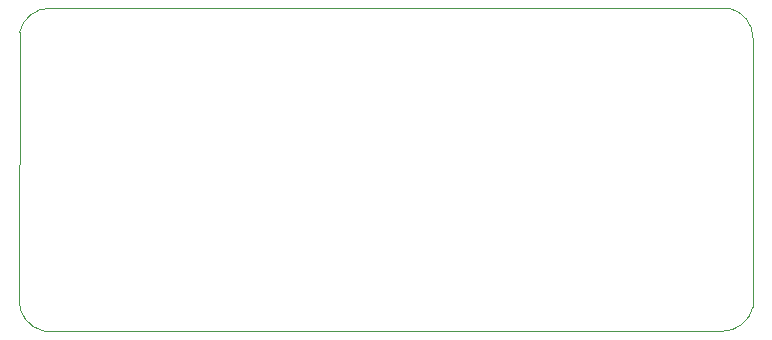
<source format=gbr>
%TF.GenerationSoftware,KiCad,Pcbnew,(6.0.2-0)*%
%TF.CreationDate,2022-03-23T11:12:32-04:00*%
%TF.ProjectId,chip-hardware,63686970-2d68-4617-9264-776172652e6b,v02*%
%TF.SameCoordinates,Original*%
%TF.FileFunction,Profile,NP*%
%FSLAX46Y46*%
G04 Gerber Fmt 4.6, Leading zero omitted, Abs format (unit mm)*
G04 Created by KiCad (PCBNEW (6.0.2-0)) date 2022-03-23 11:12:32*
%MOMM*%
%LPD*%
G01*
G04 APERTURE LIST*
%TA.AperFunction,Profile*%
%ADD10C,0.100000*%
%TD*%
G04 APERTURE END LIST*
D10*
X116535200Y-110744000D02*
G75*
G03*
X118618000Y-113435606I2668911J-86413D01*
G01*
X118618000Y-113435606D02*
X176072800Y-113461800D01*
X176072800Y-113461800D02*
G75*
G03*
X178689000Y-111379000I-3J2684505D01*
G01*
X178688999Y-88646000D02*
G75*
G03*
X176657000Y-86106000I-2603526J-21D01*
G01*
X119126000Y-86106000D02*
X176657000Y-86106000D01*
X119126000Y-86106000D02*
G75*
G03*
X116586000Y-88138000I-1J-2603499D01*
G01*
X116535200Y-110744000D02*
X116586000Y-88138000D01*
X178689000Y-111379000D02*
X178689000Y-88646000D01*
M02*

</source>
